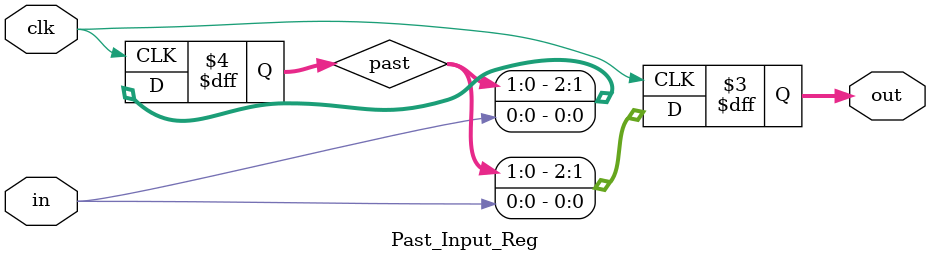
<source format=v>
`timescale 1ns / 1ps
module Past_Input_Reg(
    input clk,
    input in,
    output reg [2:0] out
    );
    reg [2:0] past = 3'b000;

    always @ (posedge clk)
    begin
        past = {past[1:0], in};
        out = past;
    end
endmodule

</source>
